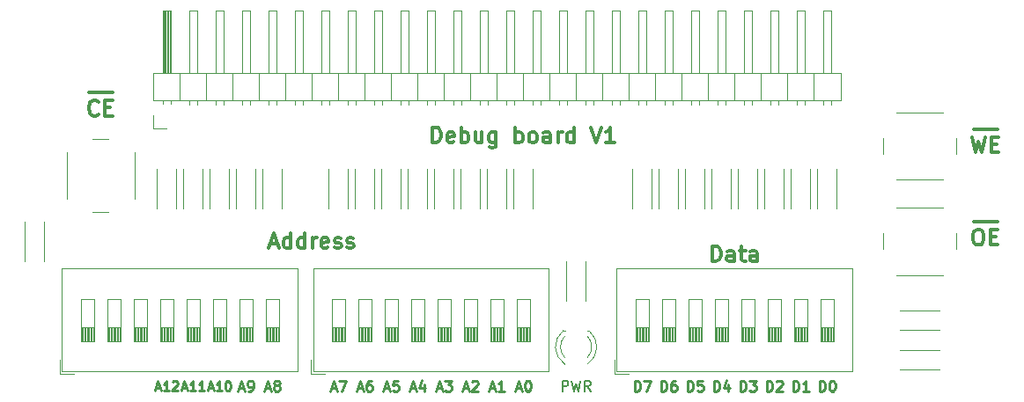
<source format=gto>
%TF.GenerationSoftware,KiCad,Pcbnew,(6.0.9)*%
%TF.CreationDate,2025-06-07T15:03:12-04:00*%
%TF.ProjectId,DebugBoard,44656275-6742-46f6-9172-642e6b696361,1*%
%TF.SameCoordinates,Original*%
%TF.FileFunction,Legend,Top*%
%TF.FilePolarity,Positive*%
%FSLAX46Y46*%
G04 Gerber Fmt 4.6, Leading zero omitted, Abs format (unit mm)*
G04 Created by KiCad (PCBNEW (6.0.9)) date 2025-06-07 15:03:12*
%MOMM*%
%LPD*%
G01*
G04 APERTURE LIST*
%ADD10C,0.150000*%
%ADD11C,0.250000*%
%ADD12C,0.300000*%
%ADD13C,0.225000*%
%ADD14C,0.120000*%
%ADD15C,1.400000*%
%ADD16O,1.400000X1.400000*%
%ADD17R,1.800000X1.800000*%
%ADD18C,1.800000*%
%ADD19C,2.000000*%
%ADD20R,1.600000X1.600000*%
%ADD21O,1.600000X1.600000*%
%ADD22R,1.700000X1.700000*%
%ADD23O,1.700000X1.700000*%
G04 APERTURE END LIST*
D10*
X153606666Y-104592380D02*
X153606666Y-103592380D01*
X153987619Y-103592380D01*
X154082857Y-103640000D01*
X154130476Y-103687619D01*
X154178095Y-103782857D01*
X154178095Y-103925714D01*
X154130476Y-104020952D01*
X154082857Y-104068571D01*
X153987619Y-104116190D01*
X153606666Y-104116190D01*
X154511428Y-103592380D02*
X154749523Y-104592380D01*
X154940000Y-103878095D01*
X155130476Y-104592380D01*
X155368571Y-103592380D01*
X156320952Y-104592380D02*
X155987619Y-104116190D01*
X155749523Y-104592380D02*
X155749523Y-103592380D01*
X156130476Y-103592380D01*
X156225714Y-103640000D01*
X156273333Y-103687619D01*
X156320952Y-103782857D01*
X156320952Y-103925714D01*
X156273333Y-104020952D01*
X156225714Y-104068571D01*
X156130476Y-104116190D01*
X155749523Y-104116190D01*
D11*
X165631904Y-104592380D02*
X165631904Y-103592380D01*
X165870000Y-103592380D01*
X166012857Y-103640000D01*
X166108095Y-103735238D01*
X166155714Y-103830476D01*
X166203333Y-104020952D01*
X166203333Y-104163809D01*
X166155714Y-104354285D01*
X166108095Y-104449523D01*
X166012857Y-104544761D01*
X165870000Y-104592380D01*
X165631904Y-104592380D01*
X167108095Y-103592380D02*
X166631904Y-103592380D01*
X166584285Y-104068571D01*
X166631904Y-104020952D01*
X166727142Y-103973333D01*
X166965238Y-103973333D01*
X167060476Y-104020952D01*
X167108095Y-104068571D01*
X167155714Y-104163809D01*
X167155714Y-104401904D01*
X167108095Y-104497142D01*
X167060476Y-104544761D01*
X166965238Y-104592380D01*
X166727142Y-104592380D01*
X166631904Y-104544761D01*
X166584285Y-104497142D01*
D12*
X168001428Y-92118571D02*
X168001428Y-90618571D01*
X168358571Y-90618571D01*
X168572857Y-90690000D01*
X168715714Y-90832857D01*
X168787142Y-90975714D01*
X168858571Y-91261428D01*
X168858571Y-91475714D01*
X168787142Y-91761428D01*
X168715714Y-91904285D01*
X168572857Y-92047142D01*
X168358571Y-92118571D01*
X168001428Y-92118571D01*
X170144285Y-92118571D02*
X170144285Y-91332857D01*
X170072857Y-91190000D01*
X169930000Y-91118571D01*
X169644285Y-91118571D01*
X169501428Y-91190000D01*
X170144285Y-92047142D02*
X170001428Y-92118571D01*
X169644285Y-92118571D01*
X169501428Y-92047142D01*
X169430000Y-91904285D01*
X169430000Y-91761428D01*
X169501428Y-91618571D01*
X169644285Y-91547142D01*
X170001428Y-91547142D01*
X170144285Y-91475714D01*
X170644285Y-91118571D02*
X171215714Y-91118571D01*
X170858571Y-90618571D02*
X170858571Y-91904285D01*
X170930000Y-92047142D01*
X171072857Y-92118571D01*
X171215714Y-92118571D01*
X172358571Y-92118571D02*
X172358571Y-91332857D01*
X172287142Y-91190000D01*
X172144285Y-91118571D01*
X171858571Y-91118571D01*
X171715714Y-91190000D01*
X172358571Y-92047142D02*
X172215714Y-92118571D01*
X171858571Y-92118571D01*
X171715714Y-92047142D01*
X171644285Y-91904285D01*
X171644285Y-91761428D01*
X171715714Y-91618571D01*
X171858571Y-91547142D01*
X172215714Y-91547142D01*
X172358571Y-91475714D01*
D11*
X136445714Y-104306666D02*
X136921904Y-104306666D01*
X136350476Y-104592380D02*
X136683809Y-103592380D01*
X137017142Y-104592380D01*
X137826666Y-103592380D02*
X137350476Y-103592380D01*
X137302857Y-104068571D01*
X137350476Y-104020952D01*
X137445714Y-103973333D01*
X137683809Y-103973333D01*
X137779047Y-104020952D01*
X137826666Y-104068571D01*
X137874285Y-104163809D01*
X137874285Y-104401904D01*
X137826666Y-104497142D01*
X137779047Y-104544761D01*
X137683809Y-104592380D01*
X137445714Y-104592380D01*
X137350476Y-104544761D01*
X137302857Y-104497142D01*
X173251904Y-104592380D02*
X173251904Y-103592380D01*
X173490000Y-103592380D01*
X173632857Y-103640000D01*
X173728095Y-103735238D01*
X173775714Y-103830476D01*
X173823333Y-104020952D01*
X173823333Y-104163809D01*
X173775714Y-104354285D01*
X173728095Y-104449523D01*
X173632857Y-104544761D01*
X173490000Y-104592380D01*
X173251904Y-104592380D01*
X174204285Y-103687619D02*
X174251904Y-103640000D01*
X174347142Y-103592380D01*
X174585238Y-103592380D01*
X174680476Y-103640000D01*
X174728095Y-103687619D01*
X174775714Y-103782857D01*
X174775714Y-103878095D01*
X174728095Y-104020952D01*
X174156666Y-104592380D01*
X174775714Y-104592380D01*
D12*
X125504285Y-90420000D02*
X126218571Y-90420000D01*
X125361428Y-90848571D02*
X125861428Y-89348571D01*
X126361428Y-90848571D01*
X127504285Y-90848571D02*
X127504285Y-89348571D01*
X127504285Y-90777142D02*
X127361428Y-90848571D01*
X127075714Y-90848571D01*
X126932857Y-90777142D01*
X126861428Y-90705714D01*
X126790000Y-90562857D01*
X126790000Y-90134285D01*
X126861428Y-89991428D01*
X126932857Y-89920000D01*
X127075714Y-89848571D01*
X127361428Y-89848571D01*
X127504285Y-89920000D01*
X128861428Y-90848571D02*
X128861428Y-89348571D01*
X128861428Y-90777142D02*
X128718571Y-90848571D01*
X128432857Y-90848571D01*
X128290000Y-90777142D01*
X128218571Y-90705714D01*
X128147142Y-90562857D01*
X128147142Y-90134285D01*
X128218571Y-89991428D01*
X128290000Y-89920000D01*
X128432857Y-89848571D01*
X128718571Y-89848571D01*
X128861428Y-89920000D01*
X129575714Y-90848571D02*
X129575714Y-89848571D01*
X129575714Y-90134285D02*
X129647142Y-89991428D01*
X129718571Y-89920000D01*
X129861428Y-89848571D01*
X130004285Y-89848571D01*
X131075714Y-90777142D02*
X130932857Y-90848571D01*
X130647142Y-90848571D01*
X130504285Y-90777142D01*
X130432857Y-90634285D01*
X130432857Y-90062857D01*
X130504285Y-89920000D01*
X130647142Y-89848571D01*
X130932857Y-89848571D01*
X131075714Y-89920000D01*
X131147142Y-90062857D01*
X131147142Y-90205714D01*
X130432857Y-90348571D01*
X131718571Y-90777142D02*
X131861428Y-90848571D01*
X132147142Y-90848571D01*
X132290000Y-90777142D01*
X132361428Y-90634285D01*
X132361428Y-90562857D01*
X132290000Y-90420000D01*
X132147142Y-90348571D01*
X131932857Y-90348571D01*
X131790000Y-90277142D01*
X131718571Y-90134285D01*
X131718571Y-90062857D01*
X131790000Y-89920000D01*
X131932857Y-89848571D01*
X132147142Y-89848571D01*
X132290000Y-89920000D01*
X132932857Y-90777142D02*
X133075714Y-90848571D01*
X133361428Y-90848571D01*
X133504285Y-90777142D01*
X133575714Y-90634285D01*
X133575714Y-90562857D01*
X133504285Y-90420000D01*
X133361428Y-90348571D01*
X133147142Y-90348571D01*
X133004285Y-90277142D01*
X132932857Y-90134285D01*
X132932857Y-90062857D01*
X133004285Y-89920000D01*
X133147142Y-89848571D01*
X133361428Y-89848571D01*
X133504285Y-89920000D01*
X108077142Y-75813928D02*
X109220000Y-75813928D01*
X109220000Y-75813928D02*
X110362857Y-75813928D01*
X109005714Y-77943214D02*
X108934285Y-78014642D01*
X108720000Y-78086071D01*
X108577142Y-78086071D01*
X108362857Y-78014642D01*
X108220000Y-77871785D01*
X108148571Y-77728928D01*
X108077142Y-77443214D01*
X108077142Y-77228928D01*
X108148571Y-76943214D01*
X108220000Y-76800357D01*
X108362857Y-76657500D01*
X108577142Y-76586071D01*
X108720000Y-76586071D01*
X108934285Y-76657500D01*
X109005714Y-76728928D01*
X109648571Y-77300357D02*
X110148571Y-77300357D01*
X110362857Y-78086071D02*
X109648571Y-78086071D01*
X109648571Y-76586071D01*
X110362857Y-76586071D01*
D11*
X144065714Y-104306666D02*
X144541904Y-104306666D01*
X143970476Y-104592380D02*
X144303809Y-103592380D01*
X144637142Y-104592380D01*
X144922857Y-103687619D02*
X144970476Y-103640000D01*
X145065714Y-103592380D01*
X145303809Y-103592380D01*
X145399047Y-103640000D01*
X145446666Y-103687619D01*
X145494285Y-103782857D01*
X145494285Y-103878095D01*
X145446666Y-104020952D01*
X144875238Y-104592380D01*
X145494285Y-104592380D01*
D12*
X193167142Y-79353928D02*
X194310000Y-79353928D01*
X194310000Y-79353928D02*
X195452857Y-79353928D01*
X192988571Y-80126071D02*
X193345714Y-81626071D01*
X193631428Y-80554642D01*
X193917142Y-81626071D01*
X194274285Y-80126071D01*
X194845714Y-80840357D02*
X195345714Y-80840357D01*
X195560000Y-81626071D02*
X194845714Y-81626071D01*
X194845714Y-80126071D01*
X195560000Y-80126071D01*
D11*
X131365714Y-104306666D02*
X131841904Y-104306666D01*
X131270476Y-104592380D02*
X131603809Y-103592380D01*
X131937142Y-104592380D01*
X132175238Y-103592380D02*
X132841904Y-103592380D01*
X132413333Y-104592380D01*
D12*
X193167142Y-88243928D02*
X194310000Y-88243928D01*
X194310000Y-88243928D02*
X195452857Y-88243928D01*
X193488571Y-89016071D02*
X193774285Y-89016071D01*
X193917142Y-89087500D01*
X194060000Y-89230357D01*
X194131428Y-89516071D01*
X194131428Y-90016071D01*
X194060000Y-90301785D01*
X193917142Y-90444642D01*
X193774285Y-90516071D01*
X193488571Y-90516071D01*
X193345714Y-90444642D01*
X193202857Y-90301785D01*
X193131428Y-90016071D01*
X193131428Y-89516071D01*
X193202857Y-89230357D01*
X193345714Y-89087500D01*
X193488571Y-89016071D01*
X194774285Y-89730357D02*
X195274285Y-89730357D01*
X195488571Y-90516071D02*
X194774285Y-90516071D01*
X194774285Y-89016071D01*
X195488571Y-89016071D01*
D13*
X117038571Y-104290000D02*
X117467142Y-104290000D01*
X116952857Y-104547142D02*
X117252857Y-103647142D01*
X117552857Y-104547142D01*
X118324285Y-104547142D02*
X117810000Y-104547142D01*
X118067142Y-104547142D02*
X118067142Y-103647142D01*
X117981428Y-103775714D01*
X117895714Y-103861428D01*
X117810000Y-103904285D01*
X119181428Y-104547142D02*
X118667142Y-104547142D01*
X118924285Y-104547142D02*
X118924285Y-103647142D01*
X118838571Y-103775714D01*
X118752857Y-103861428D01*
X118667142Y-103904285D01*
D11*
X133905714Y-104306666D02*
X134381904Y-104306666D01*
X133810476Y-104592380D02*
X134143809Y-103592380D01*
X134477142Y-104592380D01*
X135239047Y-103592380D02*
X135048571Y-103592380D01*
X134953333Y-103640000D01*
X134905714Y-103687619D01*
X134810476Y-103830476D01*
X134762857Y-104020952D01*
X134762857Y-104401904D01*
X134810476Y-104497142D01*
X134858095Y-104544761D01*
X134953333Y-104592380D01*
X135143809Y-104592380D01*
X135239047Y-104544761D01*
X135286666Y-104497142D01*
X135334285Y-104401904D01*
X135334285Y-104163809D01*
X135286666Y-104068571D01*
X135239047Y-104020952D01*
X135143809Y-103973333D01*
X134953333Y-103973333D01*
X134858095Y-104020952D01*
X134810476Y-104068571D01*
X134762857Y-104163809D01*
X163091904Y-104592380D02*
X163091904Y-103592380D01*
X163330000Y-103592380D01*
X163472857Y-103640000D01*
X163568095Y-103735238D01*
X163615714Y-103830476D01*
X163663333Y-104020952D01*
X163663333Y-104163809D01*
X163615714Y-104354285D01*
X163568095Y-104449523D01*
X163472857Y-104544761D01*
X163330000Y-104592380D01*
X163091904Y-104592380D01*
X164520476Y-103592380D02*
X164330000Y-103592380D01*
X164234761Y-103640000D01*
X164187142Y-103687619D01*
X164091904Y-103830476D01*
X164044285Y-104020952D01*
X164044285Y-104401904D01*
X164091904Y-104497142D01*
X164139523Y-104544761D01*
X164234761Y-104592380D01*
X164425238Y-104592380D01*
X164520476Y-104544761D01*
X164568095Y-104497142D01*
X164615714Y-104401904D01*
X164615714Y-104163809D01*
X164568095Y-104068571D01*
X164520476Y-104020952D01*
X164425238Y-103973333D01*
X164234761Y-103973333D01*
X164139523Y-104020952D01*
X164091904Y-104068571D01*
X164044285Y-104163809D01*
X138985714Y-104306666D02*
X139461904Y-104306666D01*
X138890476Y-104592380D02*
X139223809Y-103592380D01*
X139557142Y-104592380D01*
X140319047Y-103925714D02*
X140319047Y-104592380D01*
X140080952Y-103544761D02*
X139842857Y-104259047D01*
X140461904Y-104259047D01*
X175791904Y-104592380D02*
X175791904Y-103592380D01*
X176030000Y-103592380D01*
X176172857Y-103640000D01*
X176268095Y-103735238D01*
X176315714Y-103830476D01*
X176363333Y-104020952D01*
X176363333Y-104163809D01*
X176315714Y-104354285D01*
X176268095Y-104449523D01*
X176172857Y-104544761D01*
X176030000Y-104592380D01*
X175791904Y-104592380D01*
X177315714Y-104592380D02*
X176744285Y-104592380D01*
X177030000Y-104592380D02*
X177030000Y-103592380D01*
X176934761Y-103735238D01*
X176839523Y-103830476D01*
X176744285Y-103878095D01*
X178331904Y-104592380D02*
X178331904Y-103592380D01*
X178570000Y-103592380D01*
X178712857Y-103640000D01*
X178808095Y-103735238D01*
X178855714Y-103830476D01*
X178903333Y-104020952D01*
X178903333Y-104163809D01*
X178855714Y-104354285D01*
X178808095Y-104449523D01*
X178712857Y-104544761D01*
X178570000Y-104592380D01*
X178331904Y-104592380D01*
X179522380Y-103592380D02*
X179617619Y-103592380D01*
X179712857Y-103640000D01*
X179760476Y-103687619D01*
X179808095Y-103782857D01*
X179855714Y-103973333D01*
X179855714Y-104211428D01*
X179808095Y-104401904D01*
X179760476Y-104497142D01*
X179712857Y-104544761D01*
X179617619Y-104592380D01*
X179522380Y-104592380D01*
X179427142Y-104544761D01*
X179379523Y-104497142D01*
X179331904Y-104401904D01*
X179284285Y-104211428D01*
X179284285Y-103973333D01*
X179331904Y-103782857D01*
X179379523Y-103687619D01*
X179427142Y-103640000D01*
X179522380Y-103592380D01*
X125015714Y-104306666D02*
X125491904Y-104306666D01*
X124920476Y-104592380D02*
X125253809Y-103592380D01*
X125587142Y-104592380D01*
X126063333Y-104020952D02*
X125968095Y-103973333D01*
X125920476Y-103925714D01*
X125872857Y-103830476D01*
X125872857Y-103782857D01*
X125920476Y-103687619D01*
X125968095Y-103640000D01*
X126063333Y-103592380D01*
X126253809Y-103592380D01*
X126349047Y-103640000D01*
X126396666Y-103687619D01*
X126444285Y-103782857D01*
X126444285Y-103830476D01*
X126396666Y-103925714D01*
X126349047Y-103973333D01*
X126253809Y-104020952D01*
X126063333Y-104020952D01*
X125968095Y-104068571D01*
X125920476Y-104116190D01*
X125872857Y-104211428D01*
X125872857Y-104401904D01*
X125920476Y-104497142D01*
X125968095Y-104544761D01*
X126063333Y-104592380D01*
X126253809Y-104592380D01*
X126349047Y-104544761D01*
X126396666Y-104497142D01*
X126444285Y-104401904D01*
X126444285Y-104211428D01*
X126396666Y-104116190D01*
X126349047Y-104068571D01*
X126253809Y-104020952D01*
X146605714Y-104306666D02*
X147081904Y-104306666D01*
X146510476Y-104592380D02*
X146843809Y-103592380D01*
X147177142Y-104592380D01*
X148034285Y-104592380D02*
X147462857Y-104592380D01*
X147748571Y-104592380D02*
X147748571Y-103592380D01*
X147653333Y-103735238D01*
X147558095Y-103830476D01*
X147462857Y-103878095D01*
X170711904Y-104592380D02*
X170711904Y-103592380D01*
X170950000Y-103592380D01*
X171092857Y-103640000D01*
X171188095Y-103735238D01*
X171235714Y-103830476D01*
X171283333Y-104020952D01*
X171283333Y-104163809D01*
X171235714Y-104354285D01*
X171188095Y-104449523D01*
X171092857Y-104544761D01*
X170950000Y-104592380D01*
X170711904Y-104592380D01*
X171616666Y-103592380D02*
X172235714Y-103592380D01*
X171902380Y-103973333D01*
X172045238Y-103973333D01*
X172140476Y-104020952D01*
X172188095Y-104068571D01*
X172235714Y-104163809D01*
X172235714Y-104401904D01*
X172188095Y-104497142D01*
X172140476Y-104544761D01*
X172045238Y-104592380D01*
X171759523Y-104592380D01*
X171664285Y-104544761D01*
X171616666Y-104497142D01*
D13*
X114498571Y-104290000D02*
X114927142Y-104290000D01*
X114412857Y-104547142D02*
X114712857Y-103647142D01*
X115012857Y-104547142D01*
X115784285Y-104547142D02*
X115270000Y-104547142D01*
X115527142Y-104547142D02*
X115527142Y-103647142D01*
X115441428Y-103775714D01*
X115355714Y-103861428D01*
X115270000Y-103904285D01*
X116127142Y-103732857D02*
X116170000Y-103690000D01*
X116255714Y-103647142D01*
X116470000Y-103647142D01*
X116555714Y-103690000D01*
X116598571Y-103732857D01*
X116641428Y-103818571D01*
X116641428Y-103904285D01*
X116598571Y-104032857D01*
X116084285Y-104547142D01*
X116641428Y-104547142D01*
D11*
X149145714Y-104306666D02*
X149621904Y-104306666D01*
X149050476Y-104592380D02*
X149383809Y-103592380D01*
X149717142Y-104592380D01*
X150240952Y-103592380D02*
X150336190Y-103592380D01*
X150431428Y-103640000D01*
X150479047Y-103687619D01*
X150526666Y-103782857D01*
X150574285Y-103973333D01*
X150574285Y-104211428D01*
X150526666Y-104401904D01*
X150479047Y-104497142D01*
X150431428Y-104544761D01*
X150336190Y-104592380D01*
X150240952Y-104592380D01*
X150145714Y-104544761D01*
X150098095Y-104497142D01*
X150050476Y-104401904D01*
X150002857Y-104211428D01*
X150002857Y-103973333D01*
X150050476Y-103782857D01*
X150098095Y-103687619D01*
X150145714Y-103640000D01*
X150240952Y-103592380D01*
D12*
X141110000Y-80688571D02*
X141110000Y-79188571D01*
X141467142Y-79188571D01*
X141681428Y-79260000D01*
X141824285Y-79402857D01*
X141895714Y-79545714D01*
X141967142Y-79831428D01*
X141967142Y-80045714D01*
X141895714Y-80331428D01*
X141824285Y-80474285D01*
X141681428Y-80617142D01*
X141467142Y-80688571D01*
X141110000Y-80688571D01*
X143181428Y-80617142D02*
X143038571Y-80688571D01*
X142752857Y-80688571D01*
X142610000Y-80617142D01*
X142538571Y-80474285D01*
X142538571Y-79902857D01*
X142610000Y-79760000D01*
X142752857Y-79688571D01*
X143038571Y-79688571D01*
X143181428Y-79760000D01*
X143252857Y-79902857D01*
X143252857Y-80045714D01*
X142538571Y-80188571D01*
X143895714Y-80688571D02*
X143895714Y-79188571D01*
X143895714Y-79760000D02*
X144038571Y-79688571D01*
X144324285Y-79688571D01*
X144467142Y-79760000D01*
X144538571Y-79831428D01*
X144610000Y-79974285D01*
X144610000Y-80402857D01*
X144538571Y-80545714D01*
X144467142Y-80617142D01*
X144324285Y-80688571D01*
X144038571Y-80688571D01*
X143895714Y-80617142D01*
X145895714Y-79688571D02*
X145895714Y-80688571D01*
X145252857Y-79688571D02*
X145252857Y-80474285D01*
X145324285Y-80617142D01*
X145467142Y-80688571D01*
X145681428Y-80688571D01*
X145824285Y-80617142D01*
X145895714Y-80545714D01*
X147252857Y-79688571D02*
X147252857Y-80902857D01*
X147181428Y-81045714D01*
X147110000Y-81117142D01*
X146967142Y-81188571D01*
X146752857Y-81188571D01*
X146610000Y-81117142D01*
X147252857Y-80617142D02*
X147110000Y-80688571D01*
X146824285Y-80688571D01*
X146681428Y-80617142D01*
X146610000Y-80545714D01*
X146538571Y-80402857D01*
X146538571Y-79974285D01*
X146610000Y-79831428D01*
X146681428Y-79760000D01*
X146824285Y-79688571D01*
X147110000Y-79688571D01*
X147252857Y-79760000D01*
X149110000Y-80688571D02*
X149110000Y-79188571D01*
X149110000Y-79760000D02*
X149252857Y-79688571D01*
X149538571Y-79688571D01*
X149681428Y-79760000D01*
X149752857Y-79831428D01*
X149824285Y-79974285D01*
X149824285Y-80402857D01*
X149752857Y-80545714D01*
X149681428Y-80617142D01*
X149538571Y-80688571D01*
X149252857Y-80688571D01*
X149110000Y-80617142D01*
X150681428Y-80688571D02*
X150538571Y-80617142D01*
X150467142Y-80545714D01*
X150395714Y-80402857D01*
X150395714Y-79974285D01*
X150467142Y-79831428D01*
X150538571Y-79760000D01*
X150681428Y-79688571D01*
X150895714Y-79688571D01*
X151038571Y-79760000D01*
X151110000Y-79831428D01*
X151181428Y-79974285D01*
X151181428Y-80402857D01*
X151110000Y-80545714D01*
X151038571Y-80617142D01*
X150895714Y-80688571D01*
X150681428Y-80688571D01*
X152467142Y-80688571D02*
X152467142Y-79902857D01*
X152395714Y-79760000D01*
X152252857Y-79688571D01*
X151967142Y-79688571D01*
X151824285Y-79760000D01*
X152467142Y-80617142D02*
X152324285Y-80688571D01*
X151967142Y-80688571D01*
X151824285Y-80617142D01*
X151752857Y-80474285D01*
X151752857Y-80331428D01*
X151824285Y-80188571D01*
X151967142Y-80117142D01*
X152324285Y-80117142D01*
X152467142Y-80045714D01*
X153181428Y-80688571D02*
X153181428Y-79688571D01*
X153181428Y-79974285D02*
X153252857Y-79831428D01*
X153324285Y-79760000D01*
X153467142Y-79688571D01*
X153610000Y-79688571D01*
X154752857Y-80688571D02*
X154752857Y-79188571D01*
X154752857Y-80617142D02*
X154610000Y-80688571D01*
X154324285Y-80688571D01*
X154181428Y-80617142D01*
X154110000Y-80545714D01*
X154038571Y-80402857D01*
X154038571Y-79974285D01*
X154110000Y-79831428D01*
X154181428Y-79760000D01*
X154324285Y-79688571D01*
X154610000Y-79688571D01*
X154752857Y-79760000D01*
X156395714Y-79188571D02*
X156895714Y-80688571D01*
X157395714Y-79188571D01*
X158681428Y-80688571D02*
X157824285Y-80688571D01*
X158252857Y-80688571D02*
X158252857Y-79188571D01*
X158110000Y-79402857D01*
X157967142Y-79545714D01*
X157824285Y-79617142D01*
D11*
X168171904Y-104592380D02*
X168171904Y-103592380D01*
X168410000Y-103592380D01*
X168552857Y-103640000D01*
X168648095Y-103735238D01*
X168695714Y-103830476D01*
X168743333Y-104020952D01*
X168743333Y-104163809D01*
X168695714Y-104354285D01*
X168648095Y-104449523D01*
X168552857Y-104544761D01*
X168410000Y-104592380D01*
X168171904Y-104592380D01*
X169600476Y-103925714D02*
X169600476Y-104592380D01*
X169362380Y-103544761D02*
X169124285Y-104259047D01*
X169743333Y-104259047D01*
X160551904Y-104592380D02*
X160551904Y-103592380D01*
X160790000Y-103592380D01*
X160932857Y-103640000D01*
X161028095Y-103735238D01*
X161075714Y-103830476D01*
X161123333Y-104020952D01*
X161123333Y-104163809D01*
X161075714Y-104354285D01*
X161028095Y-104449523D01*
X160932857Y-104544761D01*
X160790000Y-104592380D01*
X160551904Y-104592380D01*
X161456666Y-103592380D02*
X162123333Y-103592380D01*
X161694761Y-104592380D01*
X122475714Y-104306666D02*
X122951904Y-104306666D01*
X122380476Y-104592380D02*
X122713809Y-103592380D01*
X123047142Y-104592380D01*
X123428095Y-104592380D02*
X123618571Y-104592380D01*
X123713809Y-104544761D01*
X123761428Y-104497142D01*
X123856666Y-104354285D01*
X123904285Y-104163809D01*
X123904285Y-103782857D01*
X123856666Y-103687619D01*
X123809047Y-103640000D01*
X123713809Y-103592380D01*
X123523333Y-103592380D01*
X123428095Y-103640000D01*
X123380476Y-103687619D01*
X123332857Y-103782857D01*
X123332857Y-104020952D01*
X123380476Y-104116190D01*
X123428095Y-104163809D01*
X123523333Y-104211428D01*
X123713809Y-104211428D01*
X123809047Y-104163809D01*
X123856666Y-104116190D01*
X123904285Y-104020952D01*
D13*
X119578571Y-104290000D02*
X120007142Y-104290000D01*
X119492857Y-104547142D02*
X119792857Y-103647142D01*
X120092857Y-104547142D01*
X120864285Y-104547142D02*
X120350000Y-104547142D01*
X120607142Y-104547142D02*
X120607142Y-103647142D01*
X120521428Y-103775714D01*
X120435714Y-103861428D01*
X120350000Y-103904285D01*
X121421428Y-103647142D02*
X121507142Y-103647142D01*
X121592857Y-103690000D01*
X121635714Y-103732857D01*
X121678571Y-103818571D01*
X121721428Y-103990000D01*
X121721428Y-104204285D01*
X121678571Y-104375714D01*
X121635714Y-104461428D01*
X121592857Y-104504285D01*
X121507142Y-104547142D01*
X121421428Y-104547142D01*
X121335714Y-104504285D01*
X121292857Y-104461428D01*
X121250000Y-104375714D01*
X121207142Y-104204285D01*
X121207142Y-103990000D01*
X121250000Y-103818571D01*
X121292857Y-103732857D01*
X121335714Y-103690000D01*
X121421428Y-103647142D01*
D11*
X141525714Y-104306666D02*
X142001904Y-104306666D01*
X141430476Y-104592380D02*
X141763809Y-103592380D01*
X142097142Y-104592380D01*
X142335238Y-103592380D02*
X142954285Y-103592380D01*
X142620952Y-103973333D01*
X142763809Y-103973333D01*
X142859047Y-104020952D01*
X142906666Y-104068571D01*
X142954285Y-104163809D01*
X142954285Y-104401904D01*
X142906666Y-104497142D01*
X142859047Y-104544761D01*
X142763809Y-104592380D01*
X142478095Y-104592380D01*
X142382857Y-104544761D01*
X142335238Y-104497142D01*
D14*
%TO.C,R9*%
X173060000Y-87010000D02*
X173060000Y-83170000D01*
X174900000Y-87010000D02*
X174900000Y-83170000D01*
%TO.C,R7*%
X186040000Y-102520000D02*
X189880000Y-102520000D01*
X186040000Y-100680000D02*
X189880000Y-100680000D01*
%TO.C,D1*%
X153860000Y-98770000D02*
X153704000Y-98770000D01*
X156176000Y-98770000D02*
X156020000Y-98770000D01*
X156019837Y-101371130D02*
G75*
G03*
X156020000Y-99289039I-1079837J1041130D01*
G01*
X153860000Y-99289039D02*
G75*
G03*
X153860163Y-101371130I1080000J-1040961D01*
G01*
X153704484Y-98770000D02*
G75*
G03*
X153861392Y-102002335I1235516J-1560000D01*
G01*
X156018608Y-102002335D02*
G75*
G03*
X156175516Y-98770000I-1078608J1672335D01*
G01*
%TO.C,SW4*%
X190210000Y-77760000D02*
X185710000Y-77760000D01*
X185710000Y-84260000D02*
X190210000Y-84260000D01*
X191460000Y-81760000D02*
X191460000Y-80260000D01*
X184460000Y-80260000D02*
X184460000Y-81760000D01*
%TO.C,R3*%
X186040000Y-98710000D02*
X189880000Y-98710000D01*
X186040000Y-96870000D02*
X189880000Y-96870000D01*
%TO.C,SW2*%
X125675000Y-99777500D02*
X125675000Y-98424167D01*
X112855000Y-99777500D02*
X112855000Y-98424167D01*
X122775000Y-99777500D02*
X122775000Y-98424167D01*
X125075000Y-95717500D02*
X125075000Y-99777500D01*
X110555000Y-99777500D02*
X110555000Y-98424167D01*
X118725000Y-99777500D02*
X118725000Y-95717500D01*
X125075000Y-98424167D02*
X126345000Y-98424167D01*
X105510000Y-102697500D02*
X128131000Y-102697500D01*
X117455000Y-98424167D02*
X118725000Y-98424167D01*
X120595000Y-99777500D02*
X120595000Y-98424167D01*
X120955000Y-99777500D02*
X120955000Y-98424167D01*
X109955000Y-99777500D02*
X109955000Y-98424167D01*
X110315000Y-99777500D02*
X110315000Y-98424167D01*
X115515000Y-99777500D02*
X115515000Y-98424167D01*
X113645000Y-99777500D02*
X113645000Y-95717500D01*
X118725000Y-95717500D02*
X117455000Y-95717500D01*
X107535000Y-99777500D02*
X107535000Y-98424167D01*
X118175000Y-99777500D02*
X118175000Y-98424167D01*
X123375000Y-99777500D02*
X123375000Y-98424167D01*
X112735000Y-99777500D02*
X112735000Y-98424167D01*
X125075000Y-99777500D02*
X126345000Y-99777500D01*
X119995000Y-99777500D02*
X121265000Y-99777500D01*
X125315000Y-99777500D02*
X125315000Y-98424167D01*
X122535000Y-99777500D02*
X123805000Y-99777500D01*
X123735000Y-99777500D02*
X123735000Y-98424167D01*
X112375000Y-98424167D02*
X113645000Y-98424167D01*
X118295000Y-99777500D02*
X118295000Y-98424167D01*
X123015000Y-99777500D02*
X123015000Y-98424167D01*
X120715000Y-99777500D02*
X120715000Y-98424167D01*
X115875000Y-99777500D02*
X115875000Y-98424167D01*
X123805000Y-99777500D02*
X123805000Y-95717500D01*
X110675000Y-99777500D02*
X110675000Y-98424167D01*
X126275000Y-99777500D02*
X126275000Y-98424167D01*
X112375000Y-99777500D02*
X113645000Y-99777500D01*
X105270000Y-102937500D02*
X105270000Y-101553500D01*
X121195000Y-99777500D02*
X121195000Y-98424167D01*
X107295000Y-99777500D02*
X108565000Y-99777500D01*
X111105000Y-99777500D02*
X111105000Y-95717500D01*
X123615000Y-99777500D02*
X123615000Y-98424167D01*
X107415000Y-99777500D02*
X107415000Y-98424167D01*
X115635000Y-99777500D02*
X115635000Y-98424167D01*
X108015000Y-99777500D02*
X108015000Y-98424167D01*
X123135000Y-99777500D02*
X123135000Y-98424167D01*
X125795000Y-99777500D02*
X125795000Y-98424167D01*
X115035000Y-99777500D02*
X115035000Y-98424167D01*
X107295000Y-98424167D02*
X108565000Y-98424167D01*
X113335000Y-99777500D02*
X113335000Y-98424167D01*
X108135000Y-99777500D02*
X108135000Y-98424167D01*
X105510000Y-92797500D02*
X128131000Y-92797500D01*
X126155000Y-99777500D02*
X126155000Y-98424167D01*
X114915000Y-99777500D02*
X116185000Y-99777500D01*
X123805000Y-95717500D02*
X122535000Y-95717500D01*
X122535000Y-98424167D02*
X123805000Y-98424167D01*
X115755000Y-99777500D02*
X115755000Y-98424167D01*
X117455000Y-99777500D02*
X118725000Y-99777500D01*
X109835000Y-95717500D02*
X109835000Y-99777500D01*
X113455000Y-99777500D02*
X113455000Y-98424167D01*
X107775000Y-99777500D02*
X107775000Y-98424167D01*
X114915000Y-95717500D02*
X114915000Y-99777500D01*
X119995000Y-98424167D02*
X121265000Y-98424167D01*
X107295000Y-95717500D02*
X107295000Y-99777500D01*
X115155000Y-99777500D02*
X115155000Y-98424167D01*
X110075000Y-99777500D02*
X110075000Y-98424167D01*
X128131000Y-102697500D02*
X128131000Y-92797500D01*
X112495000Y-99777500D02*
X112495000Y-98424167D01*
X123495000Y-99777500D02*
X123495000Y-98424167D01*
X110915000Y-99777500D02*
X110915000Y-98424167D01*
X120235000Y-99777500D02*
X120235000Y-98424167D01*
X118415000Y-99777500D02*
X118415000Y-98424167D01*
X110195000Y-99777500D02*
X110195000Y-98424167D01*
X111035000Y-99777500D02*
X111035000Y-98424167D01*
X120115000Y-99777500D02*
X120115000Y-98424167D01*
X115275000Y-99777500D02*
X115275000Y-98424167D01*
X107895000Y-99777500D02*
X107895000Y-98424167D01*
X108495000Y-99777500D02*
X108495000Y-98424167D01*
X120355000Y-99777500D02*
X120355000Y-98424167D01*
X119995000Y-95717500D02*
X119995000Y-99777500D01*
X115995000Y-99777500D02*
X115995000Y-98424167D01*
X118535000Y-99777500D02*
X118535000Y-98424167D01*
X113215000Y-99777500D02*
X113215000Y-98424167D01*
X122895000Y-99777500D02*
X122895000Y-98424167D01*
X125555000Y-99777500D02*
X125555000Y-98424167D01*
X125915000Y-99777500D02*
X125915000Y-98424167D01*
X118055000Y-99777500D02*
X118055000Y-98424167D01*
X120475000Y-99777500D02*
X120475000Y-98424167D01*
X116185000Y-99777500D02*
X116185000Y-95717500D01*
X125195000Y-99777500D02*
X125195000Y-98424167D01*
X117575000Y-99777500D02*
X117575000Y-98424167D01*
X121075000Y-99777500D02*
X121075000Y-98424167D01*
X116185000Y-95717500D02*
X114915000Y-95717500D01*
X113645000Y-95717500D02*
X112375000Y-95717500D01*
X105270000Y-102937500D02*
X106653000Y-102937500D01*
X117815000Y-99777500D02*
X117815000Y-98424167D01*
X121265000Y-95717500D02*
X119995000Y-95717500D01*
X125435000Y-99777500D02*
X125435000Y-98424167D01*
X109835000Y-99777500D02*
X111105000Y-99777500D01*
X126345000Y-95717500D02*
X125075000Y-95717500D01*
X108565000Y-99777500D02*
X108565000Y-95717500D01*
X126035000Y-99777500D02*
X126035000Y-98424167D01*
X113575000Y-99777500D02*
X113575000Y-98424167D01*
X107655000Y-99777500D02*
X107655000Y-98424167D01*
X122535000Y-95717500D02*
X122535000Y-99777500D01*
X112975000Y-99777500D02*
X112975000Y-98424167D01*
X117935000Y-99777500D02*
X117935000Y-98424167D01*
X108375000Y-99777500D02*
X108375000Y-98424167D01*
X108565000Y-95717500D02*
X107295000Y-95717500D01*
X122655000Y-99777500D02*
X122655000Y-98424167D01*
X113095000Y-99777500D02*
X113095000Y-98424167D01*
X111105000Y-95717500D02*
X109835000Y-95717500D01*
X108255000Y-99777500D02*
X108255000Y-98424167D01*
X109835000Y-98424167D02*
X111105000Y-98424167D01*
X117695000Y-99777500D02*
X117695000Y-98424167D01*
X112375000Y-95717500D02*
X112375000Y-99777500D01*
X110795000Y-99777500D02*
X110795000Y-98424167D01*
X126345000Y-99777500D02*
X126345000Y-95717500D01*
X114915000Y-98424167D02*
X116185000Y-98424167D01*
X120835000Y-99777500D02*
X120835000Y-98424167D01*
X123255000Y-99777500D02*
X123255000Y-98424167D01*
X110435000Y-99777500D02*
X110435000Y-98424167D01*
X116115000Y-99777500D02*
X116115000Y-98424167D01*
X117455000Y-95717500D02*
X117455000Y-99777500D01*
X118655000Y-99777500D02*
X118655000Y-98424167D01*
X105510000Y-102697500D02*
X105510000Y-92797500D01*
X112615000Y-99777500D02*
X112615000Y-98424167D01*
X115395000Y-99777500D02*
X115395000Y-98424167D01*
X121265000Y-99777500D02*
X121265000Y-95717500D01*
%TO.C,R1*%
X162200000Y-87010000D02*
X162200000Y-83170000D01*
X160360000Y-87010000D02*
X160360000Y-83170000D01*
%TO.C,J1*%
X136270000Y-76992071D02*
X136270000Y-76595000D01*
X128650000Y-67935000D02*
X128650000Y-73935000D01*
X159130000Y-76992071D02*
X159130000Y-76595000D01*
X125350000Y-76992071D02*
X125350000Y-76595000D01*
X150750000Y-67935000D02*
X151510000Y-67935000D01*
X174370000Y-67935000D02*
X174370000Y-73935000D01*
X176910000Y-67935000D02*
X176910000Y-73935000D01*
X115490000Y-73935000D02*
X115490000Y-67935000D01*
X125350000Y-73935000D02*
X125350000Y-67935000D01*
X133730000Y-76992071D02*
X133730000Y-76595000D01*
X117730000Y-67935000D02*
X118490000Y-67935000D01*
X136270000Y-67935000D02*
X136270000Y-73935000D01*
X156590000Y-67935000D02*
X156590000Y-73935000D01*
X171070000Y-76992071D02*
X171070000Y-76595000D01*
X117730000Y-76992071D02*
X117730000Y-76595000D01*
X122810000Y-73935000D02*
X122810000Y-67935000D01*
X134620000Y-76595000D02*
X134620000Y-73935000D01*
X140590000Y-73935000D02*
X140590000Y-67935000D01*
X171070000Y-67935000D02*
X171830000Y-67935000D01*
X138810000Y-67935000D02*
X138810000Y-73935000D01*
X176910000Y-76992071D02*
X176910000Y-76595000D01*
X135510000Y-67935000D02*
X136270000Y-67935000D01*
X148210000Y-67935000D02*
X148970000Y-67935000D01*
X132970000Y-67935000D02*
X133730000Y-67935000D01*
X135510000Y-76992071D02*
X135510000Y-76595000D01*
X140590000Y-76992071D02*
X140590000Y-76595000D01*
X153290000Y-73935000D02*
X153290000Y-67935000D01*
X171830000Y-76992071D02*
X171830000Y-76595000D01*
X157480000Y-76595000D02*
X157480000Y-73935000D01*
X178690000Y-73935000D02*
X178690000Y-67935000D01*
X115190000Y-73935000D02*
X115190000Y-67935000D01*
X155830000Y-67935000D02*
X156590000Y-67935000D01*
X117730000Y-73935000D02*
X117730000Y-67935000D01*
X160020000Y-76595000D02*
X160020000Y-73935000D01*
X126110000Y-76992071D02*
X126110000Y-76595000D01*
X165100000Y-76595000D02*
X165100000Y-73935000D01*
X120270000Y-67935000D02*
X121030000Y-67935000D01*
X176150000Y-67935000D02*
X176910000Y-67935000D01*
X123570000Y-76992071D02*
X123570000Y-76595000D01*
X168530000Y-73935000D02*
X168530000Y-67935000D01*
X166750000Y-76992071D02*
X166750000Y-76595000D01*
X127000000Y-76595000D02*
X127000000Y-73935000D01*
X116840000Y-76595000D02*
X116840000Y-73935000D01*
X161670000Y-76992071D02*
X161670000Y-76595000D01*
X178690000Y-67935000D02*
X179450000Y-67935000D01*
X148970000Y-76992071D02*
X148970000Y-76595000D01*
X153290000Y-76992071D02*
X153290000Y-76595000D01*
X161670000Y-67935000D02*
X161670000Y-73935000D01*
X160910000Y-67935000D02*
X161670000Y-67935000D01*
X178690000Y-76992071D02*
X178690000Y-76595000D01*
X168530000Y-67935000D02*
X169290000Y-67935000D01*
X171070000Y-73935000D02*
X171070000Y-67935000D01*
X155830000Y-76992071D02*
X155830000Y-76595000D01*
X132970000Y-76992071D02*
X132970000Y-76595000D01*
X145670000Y-67935000D02*
X146430000Y-67935000D01*
X147320000Y-76595000D02*
X147320000Y-73935000D01*
X122810000Y-67935000D02*
X123570000Y-67935000D01*
X137160000Y-76595000D02*
X137160000Y-73935000D01*
X118490000Y-67935000D02*
X118490000Y-73935000D01*
X138050000Y-76992071D02*
X138050000Y-76595000D01*
X166750000Y-67935000D02*
X166750000Y-73935000D01*
X174370000Y-76992071D02*
X174370000Y-76595000D01*
X170180000Y-76595000D02*
X170180000Y-73935000D01*
X115730000Y-73935000D02*
X115730000Y-67935000D01*
X138810000Y-76992071D02*
X138810000Y-76595000D01*
X115250000Y-73935000D02*
X115250000Y-67935000D01*
X176150000Y-73935000D02*
X176150000Y-67935000D01*
X118490000Y-76992071D02*
X118490000Y-76595000D01*
X145670000Y-76992071D02*
X145670000Y-76595000D01*
X115950000Y-67935000D02*
X115950000Y-73935000D01*
X158370000Y-76992071D02*
X158370000Y-76595000D01*
X169290000Y-67935000D02*
X169290000Y-73935000D01*
X141350000Y-67935000D02*
X141350000Y-73935000D01*
X126110000Y-67935000D02*
X126110000Y-73935000D01*
X130430000Y-67935000D02*
X131190000Y-67935000D01*
X133730000Y-67935000D02*
X133730000Y-73935000D01*
X160910000Y-76992071D02*
X160910000Y-76595000D01*
X150750000Y-76992071D02*
X150750000Y-76595000D01*
X159130000Y-67935000D02*
X159130000Y-73935000D01*
X151510000Y-67935000D02*
X151510000Y-73935000D01*
X124460000Y-76595000D02*
X124460000Y-73935000D01*
X121920000Y-76595000D02*
X121920000Y-73935000D01*
X115850000Y-73935000D02*
X115850000Y-67935000D01*
X160910000Y-73935000D02*
X160910000Y-67935000D01*
X171830000Y-67935000D02*
X171830000Y-73935000D01*
X115190000Y-67935000D02*
X115950000Y-67935000D01*
X175260000Y-76595000D02*
X175260000Y-73935000D01*
X158370000Y-73935000D02*
X158370000Y-67935000D01*
X148210000Y-76992071D02*
X148210000Y-76595000D01*
X143890000Y-67935000D02*
X143890000Y-73935000D01*
X119380000Y-76595000D02*
X119380000Y-73935000D01*
X143130000Y-73935000D02*
X143130000Y-67935000D01*
X115610000Y-73935000D02*
X115610000Y-67935000D01*
X145670000Y-73935000D02*
X145670000Y-67935000D01*
X158370000Y-67935000D02*
X159130000Y-67935000D01*
X128650000Y-76992071D02*
X128650000Y-76595000D01*
X144780000Y-76595000D02*
X144780000Y-73935000D01*
X180400000Y-76595000D02*
X180400000Y-73935000D01*
X142240000Y-76595000D02*
X142240000Y-73935000D01*
X132970000Y-73935000D02*
X132970000Y-67935000D01*
X138050000Y-73935000D02*
X138050000Y-67935000D01*
X139700000Y-76595000D02*
X139700000Y-73935000D01*
X177800000Y-76595000D02*
X177800000Y-73935000D01*
X150750000Y-73935000D02*
X150750000Y-67935000D01*
X165990000Y-73935000D02*
X165990000Y-67935000D01*
X143130000Y-76992071D02*
X143130000Y-76595000D01*
X164210000Y-67935000D02*
X164210000Y-73935000D01*
X114240000Y-73935000D02*
X114240000Y-76595000D01*
X168530000Y-76992071D02*
X168530000Y-76595000D01*
X127890000Y-73935000D02*
X127890000Y-67935000D01*
X141350000Y-76992071D02*
X141350000Y-76595000D01*
X152400000Y-76595000D02*
X152400000Y-73935000D01*
X163450000Y-73935000D02*
X163450000Y-67935000D01*
X114300000Y-79305000D02*
X114300000Y-78035000D01*
X130430000Y-76992071D02*
X130430000Y-76595000D01*
X169290000Y-76992071D02*
X169290000Y-76595000D01*
X172720000Y-76595000D02*
X172720000Y-73935000D01*
X120270000Y-73935000D02*
X120270000Y-67935000D01*
X165990000Y-76992071D02*
X165990000Y-76595000D01*
X115570000Y-79305000D02*
X114300000Y-79305000D01*
X179450000Y-76992071D02*
X179450000Y-76595000D01*
X143130000Y-67935000D02*
X143890000Y-67935000D01*
X140590000Y-67935000D02*
X141350000Y-67935000D01*
X154050000Y-67935000D02*
X154050000Y-73935000D01*
X115190000Y-76925000D02*
X115190000Y-76595000D01*
X163450000Y-76992071D02*
X163450000Y-76595000D01*
X143890000Y-76992071D02*
X143890000Y-76595000D01*
X151510000Y-76992071D02*
X151510000Y-76595000D01*
X176150000Y-76992071D02*
X176150000Y-76595000D01*
X167640000Y-76595000D02*
X167640000Y-73935000D01*
X179450000Y-67935000D02*
X179450000Y-73935000D01*
X165990000Y-67935000D02*
X166750000Y-67935000D01*
X146430000Y-67935000D02*
X146430000Y-73935000D01*
X123570000Y-67935000D02*
X123570000Y-73935000D01*
X154940000Y-76595000D02*
X154940000Y-73935000D01*
X129540000Y-76595000D02*
X129540000Y-73935000D01*
X115950000Y-76925000D02*
X115950000Y-76595000D01*
X148970000Y-67935000D02*
X148970000Y-73935000D01*
X131190000Y-76992071D02*
X131190000Y-76595000D01*
X127890000Y-76992071D02*
X127890000Y-76595000D01*
X173610000Y-76992071D02*
X173610000Y-76595000D01*
X125350000Y-67935000D02*
X126110000Y-67935000D01*
X120270000Y-76992071D02*
X120270000Y-76595000D01*
X173610000Y-67935000D02*
X174370000Y-67935000D01*
X162560000Y-76595000D02*
X162560000Y-73935000D01*
X180400000Y-73935000D02*
X114240000Y-73935000D01*
X121030000Y-67935000D02*
X121030000Y-73935000D01*
X127890000Y-67935000D02*
X128650000Y-67935000D01*
X146430000Y-76992071D02*
X146430000Y-76595000D01*
X155830000Y-73935000D02*
X155830000Y-67935000D01*
X149860000Y-76595000D02*
X149860000Y-73935000D01*
X164210000Y-76992071D02*
X164210000Y-76595000D01*
X121030000Y-76992071D02*
X121030000Y-76595000D01*
X115370000Y-73935000D02*
X115370000Y-67935000D01*
X122810000Y-76992071D02*
X122810000Y-76595000D01*
X135510000Y-73935000D02*
X135510000Y-67935000D01*
X173610000Y-73935000D02*
X173610000Y-67935000D01*
X154050000Y-76992071D02*
X154050000Y-76595000D01*
X153290000Y-67935000D02*
X154050000Y-67935000D01*
X163450000Y-67935000D02*
X164210000Y-67935000D01*
X131190000Y-67935000D02*
X131190000Y-73935000D01*
X156590000Y-76992071D02*
X156590000Y-76595000D01*
X114240000Y-76595000D02*
X180400000Y-76595000D01*
X148210000Y-73935000D02*
X148210000Y-67935000D01*
X132080000Y-76595000D02*
X132080000Y-73935000D01*
X130430000Y-73935000D02*
X130430000Y-67935000D01*
X138050000Y-67935000D02*
X138810000Y-67935000D01*
%TO.C,R13*%
X119020000Y-87010000D02*
X119020000Y-83170000D01*
X117180000Y-87010000D02*
X117180000Y-83170000D01*
%TO.C,R21*%
X141320000Y-87010000D02*
X141320000Y-83170000D01*
X143160000Y-87010000D02*
X143160000Y-83170000D01*
%TO.C,R25*%
X155860000Y-92060000D02*
X155860000Y-95900000D01*
X154020000Y-92060000D02*
X154020000Y-95900000D01*
%TO.C,R14*%
X121560000Y-87010000D02*
X121560000Y-83170000D01*
X119720000Y-87010000D02*
X119720000Y-83170000D01*
%TO.C,SW5*%
X108470000Y-87320000D02*
X109970000Y-87320000D01*
X109970000Y-80320000D02*
X108470000Y-80320000D01*
X105970000Y-81570000D02*
X105970000Y-86070000D01*
X112470000Y-86070000D02*
X112470000Y-81570000D01*
%TO.C,SW3*%
X134695000Y-99777500D02*
X134695000Y-98424167D01*
X147515000Y-99777500D02*
X147515000Y-98424167D01*
X134455000Y-99777500D02*
X134455000Y-98424167D01*
X140325000Y-99777500D02*
X140325000Y-95717500D01*
X132035000Y-99777500D02*
X132035000Y-98424167D01*
X150485000Y-99777500D02*
X150485000Y-95717500D01*
X149455000Y-99777500D02*
X149455000Y-98424167D01*
X146675000Y-98424167D02*
X147945000Y-98424167D01*
X140325000Y-95717500D02*
X139055000Y-95717500D01*
X145405000Y-95717500D02*
X144135000Y-95717500D01*
X133975000Y-99777500D02*
X135245000Y-99777500D01*
X131435000Y-95717500D02*
X131435000Y-99777500D01*
X152271000Y-102697500D02*
X152271000Y-92797500D01*
X137785000Y-95717500D02*
X136515000Y-95717500D01*
X140255000Y-99777500D02*
X140255000Y-98424167D01*
X137475000Y-99777500D02*
X137475000Y-98424167D01*
X147755000Y-99777500D02*
X147755000Y-98424167D01*
X146795000Y-99777500D02*
X146795000Y-98424167D01*
X139535000Y-99777500D02*
X139535000Y-98424167D01*
X149935000Y-99777500D02*
X149935000Y-98424167D01*
X137115000Y-99777500D02*
X137115000Y-98424167D01*
X147945000Y-95717500D02*
X146675000Y-95717500D01*
X139055000Y-98424167D02*
X140325000Y-98424167D01*
X139175000Y-99777500D02*
X139175000Y-98424167D01*
X133975000Y-95717500D02*
X133975000Y-99777500D01*
X136635000Y-99777500D02*
X136635000Y-98424167D01*
X144135000Y-98424167D02*
X145405000Y-98424167D01*
X141715000Y-99777500D02*
X141715000Y-98424167D01*
X147035000Y-99777500D02*
X147035000Y-98424167D01*
X132515000Y-99777500D02*
X132515000Y-98424167D01*
X132155000Y-99777500D02*
X132155000Y-98424167D01*
X147155000Y-99777500D02*
X147155000Y-98424167D01*
X146675000Y-95717500D02*
X146675000Y-99777500D01*
X135245000Y-95717500D02*
X133975000Y-95717500D01*
X149575000Y-99777500D02*
X149575000Y-98424167D01*
X150295000Y-99777500D02*
X150295000Y-98424167D01*
X129410000Y-102937500D02*
X129410000Y-101553500D01*
X129650000Y-102697500D02*
X152271000Y-102697500D01*
X132275000Y-99777500D02*
X132275000Y-98424167D01*
X147635000Y-99777500D02*
X147635000Y-98424167D01*
X142865000Y-99777500D02*
X142865000Y-95717500D01*
X147395000Y-99777500D02*
X147395000Y-98424167D01*
X144135000Y-99777500D02*
X145405000Y-99777500D01*
X139295000Y-99777500D02*
X139295000Y-98424167D01*
X139655000Y-99777500D02*
X139655000Y-98424167D01*
X132705000Y-95717500D02*
X131435000Y-95717500D01*
X136755000Y-99777500D02*
X136755000Y-98424167D01*
X132705000Y-99777500D02*
X132705000Y-95717500D01*
X136515000Y-95717500D02*
X136515000Y-99777500D01*
X131435000Y-98424167D02*
X132705000Y-98424167D01*
X142795000Y-99777500D02*
X142795000Y-98424167D01*
X131915000Y-99777500D02*
X131915000Y-98424167D01*
X137595000Y-99777500D02*
X137595000Y-98424167D01*
X144975000Y-99777500D02*
X144975000Y-98424167D01*
X142315000Y-99777500D02*
X142315000Y-98424167D01*
X141595000Y-99777500D02*
X142865000Y-99777500D01*
X144255000Y-99777500D02*
X144255000Y-98424167D01*
X147875000Y-99777500D02*
X147875000Y-98424167D01*
X137785000Y-99777500D02*
X137785000Y-95717500D01*
X144615000Y-99777500D02*
X144615000Y-98424167D01*
X139055000Y-95717500D02*
X139055000Y-99777500D01*
X136515000Y-99777500D02*
X137785000Y-99777500D01*
X144495000Y-99777500D02*
X144495000Y-98424167D01*
X141955000Y-99777500D02*
X141955000Y-98424167D01*
X135055000Y-99777500D02*
X135055000Y-98424167D01*
X134095000Y-99777500D02*
X134095000Y-98424167D01*
X133975000Y-98424167D02*
X135245000Y-98424167D01*
X132635000Y-99777500D02*
X132635000Y-98424167D01*
X142435000Y-99777500D02*
X142435000Y-98424167D01*
X146915000Y-99777500D02*
X146915000Y-98424167D01*
X150175000Y-99777500D02*
X150175000Y-98424167D01*
X129650000Y-92797500D02*
X152271000Y-92797500D01*
X144855000Y-99777500D02*
X144855000Y-98424167D01*
X139895000Y-99777500D02*
X139895000Y-98424167D01*
X149215000Y-99777500D02*
X150485000Y-99777500D01*
X150485000Y-95717500D02*
X149215000Y-95717500D01*
X145215000Y-99777500D02*
X145215000Y-98424167D01*
X139055000Y-99777500D02*
X140325000Y-99777500D01*
X150055000Y-99777500D02*
X150055000Y-98424167D01*
X131675000Y-99777500D02*
X131675000Y-98424167D01*
X131435000Y-99777500D02*
X132705000Y-99777500D01*
X137715000Y-99777500D02*
X137715000Y-98424167D01*
X142675000Y-99777500D02*
X142675000Y-98424167D01*
X132395000Y-99777500D02*
X132395000Y-98424167D01*
X134935000Y-99777500D02*
X134935000Y-98424167D01*
X134815000Y-99777500D02*
X134815000Y-98424167D01*
X149335000Y-99777500D02*
X149335000Y-98424167D01*
X134575000Y-99777500D02*
X134575000Y-98424167D01*
X135175000Y-99777500D02*
X135175000Y-98424167D01*
X149695000Y-99777500D02*
X149695000Y-98424167D01*
X134215000Y-99777500D02*
X134215000Y-98424167D01*
X141595000Y-98424167D02*
X142865000Y-98424167D01*
X136875000Y-99777500D02*
X136875000Y-98424167D01*
X145405000Y-99777500D02*
X145405000Y-95717500D01*
X131795000Y-99777500D02*
X131795000Y-98424167D01*
X129650000Y-102697500D02*
X129650000Y-92797500D01*
X150415000Y-99777500D02*
X150415000Y-98424167D01*
X139415000Y-99777500D02*
X139415000Y-98424167D01*
X144375000Y-99777500D02*
X144375000Y-98424167D01*
X145335000Y-99777500D02*
X145335000Y-98424167D01*
X137355000Y-99777500D02*
X137355000Y-98424167D01*
X140015000Y-99777500D02*
X140015000Y-98424167D01*
X136995000Y-99777500D02*
X136995000Y-98424167D01*
X139775000Y-99777500D02*
X139775000Y-98424167D01*
X147945000Y-99777500D02*
X147945000Y-95717500D01*
X141595000Y-95717500D02*
X141595000Y-99777500D01*
X134335000Y-99777500D02*
X134335000Y-98424167D01*
X145095000Y-99777500D02*
X145095000Y-98424167D01*
X129410000Y-102937500D02*
X130793000Y-102937500D01*
X149815000Y-99777500D02*
X149815000Y-98424167D01*
X146675000Y-99777500D02*
X147945000Y-99777500D01*
X137235000Y-99777500D02*
X137235000Y-98424167D01*
X142195000Y-99777500D02*
X142195000Y-98424167D01*
X142555000Y-99777500D02*
X142555000Y-98424167D01*
X149215000Y-98424167D02*
X150485000Y-98424167D01*
X147275000Y-99777500D02*
X147275000Y-98424167D01*
X135245000Y-99777500D02*
X135245000Y-95717500D01*
X144135000Y-95717500D02*
X144135000Y-99777500D01*
X149215000Y-95717500D02*
X149215000Y-99777500D01*
X144735000Y-99777500D02*
X144735000Y-98424167D01*
X140135000Y-99777500D02*
X140135000Y-98424167D01*
X142865000Y-95717500D02*
X141595000Y-95717500D01*
X131555000Y-99777500D02*
X131555000Y-98424167D01*
X136515000Y-98424167D02*
X137785000Y-98424167D01*
X142075000Y-99777500D02*
X142075000Y-98424167D01*
X141835000Y-99777500D02*
X141835000Y-98424167D01*
%TO.C,R15*%
X124100000Y-87010000D02*
X124100000Y-83170000D01*
X122260000Y-87010000D02*
X122260000Y-83170000D01*
%TO.C,R23*%
X146390000Y-87010000D02*
X146390000Y-83170000D01*
X148230000Y-87010000D02*
X148230000Y-83170000D01*
%TO.C,R8*%
X170520000Y-87010000D02*
X170520000Y-83170000D01*
X172360000Y-87010000D02*
X172360000Y-83170000D01*
%TO.C,R11*%
X179980000Y-87010000D02*
X179980000Y-83170000D01*
X178140000Y-87010000D02*
X178140000Y-83170000D01*
%TO.C,R12*%
X116480000Y-87010000D02*
X116480000Y-83170000D01*
X114640000Y-87010000D02*
X114640000Y-83170000D01*
%TO.C,R4*%
X167280000Y-87010000D02*
X167280000Y-83170000D01*
X165440000Y-87010000D02*
X165440000Y-83170000D01*
%TO.C,R20*%
X140610000Y-87010000D02*
X140610000Y-83170000D01*
X138770000Y-87010000D02*
X138770000Y-83170000D01*
%TO.C,SW1*%
X177075000Y-99777500D02*
X177075000Y-98424167D01*
X171275000Y-99777500D02*
X171275000Y-98424167D01*
X166315000Y-99777500D02*
X166315000Y-98424167D01*
X164445000Y-99777500D02*
X164445000Y-95717500D01*
X169215000Y-99777500D02*
X169215000Y-98424167D01*
X160995000Y-99777500D02*
X160995000Y-98424167D01*
X173335000Y-98424167D02*
X174605000Y-98424167D01*
X163655000Y-99777500D02*
X163655000Y-98424167D01*
X178775000Y-99777500D02*
X178775000Y-98424167D01*
X174055000Y-99777500D02*
X174055000Y-98424167D01*
X160635000Y-95717500D02*
X160635000Y-99777500D01*
X170795000Y-95717500D02*
X170795000Y-99777500D01*
X169335000Y-99777500D02*
X169335000Y-98424167D01*
X169095000Y-99777500D02*
X169095000Y-98424167D01*
X166435000Y-99777500D02*
X166435000Y-98424167D01*
X161905000Y-95717500D02*
X160635000Y-95717500D01*
X170795000Y-98424167D02*
X172065000Y-98424167D01*
X163895000Y-99777500D02*
X163895000Y-98424167D01*
X174535000Y-99777500D02*
X174535000Y-98424167D01*
X178415000Y-95717500D02*
X178415000Y-99777500D01*
X174415000Y-99777500D02*
X174415000Y-98424167D01*
X179135000Y-99777500D02*
X179135000Y-98424167D01*
X164255000Y-99777500D02*
X164255000Y-98424167D01*
X176115000Y-99777500D02*
X176115000Y-98424167D01*
X173575000Y-99777500D02*
X173575000Y-98424167D01*
X160755000Y-99777500D02*
X160755000Y-98424167D01*
X176955000Y-99777500D02*
X176955000Y-98424167D01*
X174605000Y-99777500D02*
X174605000Y-95717500D01*
X179495000Y-99777500D02*
X179495000Y-98424167D01*
X168855000Y-99777500D02*
X168855000Y-98424167D01*
X161115000Y-99777500D02*
X161115000Y-98424167D01*
X160635000Y-99777500D02*
X161905000Y-99777500D01*
X171995000Y-99777500D02*
X171995000Y-98424167D01*
X164135000Y-99777500D02*
X164135000Y-98424167D01*
X174605000Y-95717500D02*
X173335000Y-95717500D01*
X161905000Y-99777500D02*
X161905000Y-95717500D01*
X168375000Y-99777500D02*
X168375000Y-98424167D01*
X173455000Y-99777500D02*
X173455000Y-98424167D01*
X163775000Y-99777500D02*
X163775000Y-98424167D01*
X166795000Y-99777500D02*
X166795000Y-98424167D01*
X174295000Y-99777500D02*
X174295000Y-98424167D01*
X171635000Y-99777500D02*
X171635000Y-98424167D01*
X169525000Y-95717500D02*
X168255000Y-95717500D01*
X165715000Y-95717500D02*
X165715000Y-99777500D01*
X161475000Y-99777500D02*
X161475000Y-98424167D01*
X166985000Y-99777500D02*
X166985000Y-95717500D01*
X168255000Y-95717500D02*
X168255000Y-99777500D01*
X171395000Y-99777500D02*
X171395000Y-98424167D01*
X158610000Y-102937500D02*
X158610000Y-101553500D01*
X166985000Y-95717500D02*
X165715000Y-95717500D01*
X163295000Y-99777500D02*
X163295000Y-98424167D01*
X158850000Y-102697500D02*
X158850000Y-92797500D01*
X173935000Y-99777500D02*
X173935000Y-98424167D01*
X168495000Y-99777500D02*
X168495000Y-98424167D01*
X176835000Y-99777500D02*
X176835000Y-98424167D01*
X161595000Y-99777500D02*
X161595000Y-98424167D01*
X175875000Y-95717500D02*
X175875000Y-99777500D01*
X179615000Y-99777500D02*
X179615000Y-98424167D01*
X168615000Y-99777500D02*
X168615000Y-98424167D01*
X165715000Y-98424167D02*
X166985000Y-98424167D01*
X161715000Y-99777500D02*
X161715000Y-98424167D01*
X160635000Y-98424167D02*
X161905000Y-98424167D01*
X163175000Y-98424167D02*
X164445000Y-98424167D01*
X164015000Y-99777500D02*
X164015000Y-98424167D01*
X165835000Y-99777500D02*
X165835000Y-98424167D01*
X166075000Y-99777500D02*
X166075000Y-98424167D01*
X165955000Y-99777500D02*
X165955000Y-98424167D01*
X179255000Y-99777500D02*
X179255000Y-98424167D01*
X170915000Y-99777500D02*
X170915000Y-98424167D01*
X178895000Y-99777500D02*
X178895000Y-98424167D01*
X166555000Y-99777500D02*
X166555000Y-98424167D01*
X158850000Y-92797500D02*
X181471000Y-92797500D01*
X169455000Y-99777500D02*
X169455000Y-98424167D01*
X173695000Y-99777500D02*
X173695000Y-98424167D01*
X172065000Y-99777500D02*
X172065000Y-95717500D01*
X175875000Y-98424167D02*
X177145000Y-98424167D01*
X160875000Y-99777500D02*
X160875000Y-98424167D01*
X166915000Y-99777500D02*
X166915000Y-98424167D01*
X163415000Y-99777500D02*
X163415000Y-98424167D01*
X168735000Y-99777500D02*
X168735000Y-98424167D01*
X164445000Y-95717500D02*
X163175000Y-95717500D01*
X178655000Y-99777500D02*
X178655000Y-98424167D01*
X163535000Y-99777500D02*
X163535000Y-98424167D01*
X171035000Y-99777500D02*
X171035000Y-98424167D01*
X176235000Y-99777500D02*
X176235000Y-98424167D01*
X179375000Y-99777500D02*
X179375000Y-98424167D01*
X168255000Y-99777500D02*
X169525000Y-99777500D01*
X170795000Y-99777500D02*
X172065000Y-99777500D01*
X171515000Y-99777500D02*
X171515000Y-98424167D01*
X178535000Y-99777500D02*
X178535000Y-98424167D01*
X173815000Y-99777500D02*
X173815000Y-98424167D01*
X176595000Y-99777500D02*
X176595000Y-98424167D01*
X175995000Y-99777500D02*
X175995000Y-98424167D01*
X164375000Y-99777500D02*
X164375000Y-98424167D01*
X161835000Y-99777500D02*
X161835000Y-98424167D01*
X176475000Y-99777500D02*
X176475000Y-98424167D01*
X177145000Y-99777500D02*
X177145000Y-95717500D01*
X161235000Y-99777500D02*
X161235000Y-98424167D01*
X178415000Y-98424167D02*
X179685000Y-98424167D01*
X163175000Y-95717500D02*
X163175000Y-99777500D01*
X179685000Y-95717500D02*
X178415000Y-95717500D01*
X158610000Y-102937500D02*
X159993000Y-102937500D01*
X177145000Y-95717500D02*
X175875000Y-95717500D01*
X172065000Y-95717500D02*
X170795000Y-95717500D01*
X175875000Y-99777500D02*
X177145000Y-99777500D01*
X168975000Y-99777500D02*
X168975000Y-98424167D01*
X174175000Y-99777500D02*
X174175000Y-98424167D01*
X169525000Y-99777500D02*
X169525000Y-95717500D01*
X171755000Y-99777500D02*
X171755000Y-98424167D01*
X163175000Y-99777500D02*
X164445000Y-99777500D01*
X173335000Y-99777500D02*
X174605000Y-99777500D01*
X173335000Y-95717500D02*
X173335000Y-99777500D01*
X178415000Y-99777500D02*
X179685000Y-99777500D01*
X181471000Y-102697500D02*
X181471000Y-92797500D01*
X166195000Y-99777500D02*
X166195000Y-98424167D01*
X161355000Y-99777500D02*
X161355000Y-98424167D01*
X168255000Y-98424167D02*
X169525000Y-98424167D01*
X179685000Y-99777500D02*
X179685000Y-95717500D01*
X176355000Y-99777500D02*
X176355000Y-98424167D01*
X179015000Y-99777500D02*
X179015000Y-98424167D01*
X171875000Y-99777500D02*
X171875000Y-98424167D01*
X165715000Y-99777500D02*
X166985000Y-99777500D01*
X158850000Y-102697500D02*
X181471000Y-102697500D01*
X171155000Y-99777500D02*
X171155000Y-98424167D01*
X166675000Y-99777500D02*
X166675000Y-98424167D01*
X176715000Y-99777500D02*
X176715000Y-98424167D01*
%TO.C,R24*%
X150770000Y-87010000D02*
X150770000Y-83170000D01*
X148930000Y-87010000D02*
X148930000Y-83170000D01*
%TO.C,R22*%
X145700000Y-87010000D02*
X145700000Y-83170000D01*
X143860000Y-87010000D02*
X143860000Y-83170000D01*
%TO.C,R2*%
X162900000Y-87010000D02*
X162900000Y-83170000D01*
X164740000Y-87010000D02*
X164740000Y-83170000D01*
%TO.C,R5*%
X101950000Y-92090000D02*
X101950000Y-88250000D01*
X103790000Y-92090000D02*
X103790000Y-88250000D01*
%TO.C,R18*%
X135530000Y-87010000D02*
X135530000Y-83170000D01*
X133690000Y-87010000D02*
X133690000Y-83170000D01*
%TO.C,R17*%
X131160000Y-87010000D02*
X131160000Y-83170000D01*
X133000000Y-87010000D02*
X133000000Y-83170000D01*
%TO.C,R6*%
X167980000Y-87010000D02*
X167980000Y-83170000D01*
X169820000Y-87010000D02*
X169820000Y-83170000D01*
%TO.C,R10*%
X175610000Y-87010000D02*
X175610000Y-83170000D01*
X177450000Y-87010000D02*
X177450000Y-83170000D01*
%TO.C,SW6*%
X191460000Y-90920000D02*
X191460000Y-89420000D01*
X185710000Y-93420000D02*
X190210000Y-93420000D01*
X190210000Y-86920000D02*
X185710000Y-86920000D01*
X184460000Y-89420000D02*
X184460000Y-90920000D01*
%TO.C,R19*%
X138070000Y-87010000D02*
X138070000Y-83170000D01*
X136230000Y-87010000D02*
X136230000Y-83170000D01*
%TO.C,R16*%
X124800000Y-87010000D02*
X124800000Y-83170000D01*
X126640000Y-87010000D02*
X126640000Y-83170000D01*
%TD*%
%LPC*%
D15*
%TO.C,R9*%
X173980000Y-87630000D03*
D16*
X173980000Y-82550000D03*
%TD*%
D15*
%TO.C,R7*%
X185420000Y-101600000D03*
D16*
X190500000Y-101600000D03*
%TD*%
D17*
%TO.C,D1*%
X154940000Y-99060000D03*
D18*
X154940000Y-101600000D03*
%TD*%
D19*
%TO.C,SW4*%
X191210000Y-78760000D03*
X184710000Y-78760000D03*
X191210000Y-83260000D03*
X184710000Y-83260000D03*
%TD*%
D15*
%TO.C,R3*%
X185420000Y-97790000D03*
D16*
X190500000Y-97790000D03*
%TD*%
D20*
%TO.C,SW2*%
X107930000Y-101557500D03*
D21*
X110470000Y-101557500D03*
X113010000Y-101557500D03*
X115550000Y-101557500D03*
X118090000Y-101557500D03*
X120630000Y-101557500D03*
X123170000Y-101557500D03*
X125710000Y-101557500D03*
X125710000Y-93937500D03*
X123170000Y-93937500D03*
X120630000Y-93937500D03*
X118090000Y-93937500D03*
X115550000Y-93937500D03*
X113010000Y-93937500D03*
X110470000Y-93937500D03*
X107930000Y-93937500D03*
%TD*%
D15*
%TO.C,R1*%
X161280000Y-87630000D03*
D16*
X161280000Y-82550000D03*
%TD*%
D22*
%TO.C,J1*%
X115570000Y-78035000D03*
D23*
X118110000Y-78035000D03*
X120650000Y-78035000D03*
X123190000Y-78035000D03*
X125730000Y-78035000D03*
X128270000Y-78035000D03*
X130810000Y-78035000D03*
X133350000Y-78035000D03*
X135890000Y-78035000D03*
X138430000Y-78035000D03*
X140970000Y-78035000D03*
X143510000Y-78035000D03*
X146050000Y-78035000D03*
X148590000Y-78035000D03*
X151130000Y-78035000D03*
X153670000Y-78035000D03*
X156210000Y-78035000D03*
X158750000Y-78035000D03*
X161290000Y-78035000D03*
X163830000Y-78035000D03*
X166370000Y-78035000D03*
X168910000Y-78035000D03*
X171450000Y-78035000D03*
X173990000Y-78035000D03*
X176530000Y-78035000D03*
X179070000Y-78035000D03*
%TD*%
D15*
%TO.C,R13*%
X118100000Y-87630000D03*
D16*
X118100000Y-82550000D03*
%TD*%
D15*
%TO.C,R21*%
X142240000Y-87630000D03*
D16*
X142240000Y-82550000D03*
%TD*%
D15*
%TO.C,R25*%
X154940000Y-91440000D03*
D16*
X154940000Y-96520000D03*
%TD*%
D15*
%TO.C,R14*%
X120640000Y-87630000D03*
D16*
X120640000Y-82550000D03*
%TD*%
D19*
%TO.C,SW5*%
X111470000Y-87070000D03*
X111470000Y-80570000D03*
X106970000Y-80570000D03*
X106970000Y-87070000D03*
%TD*%
D20*
%TO.C,SW3*%
X132070000Y-101557500D03*
D21*
X134610000Y-101557500D03*
X137150000Y-101557500D03*
X139690000Y-101557500D03*
X142230000Y-101557500D03*
X144770000Y-101557500D03*
X147310000Y-101557500D03*
X149850000Y-101557500D03*
X149850000Y-93937500D03*
X147310000Y-93937500D03*
X144770000Y-93937500D03*
X142230000Y-93937500D03*
X139690000Y-93937500D03*
X137150000Y-93937500D03*
X134610000Y-93937500D03*
X132070000Y-93937500D03*
%TD*%
D15*
%TO.C,R15*%
X123180000Y-87630000D03*
D16*
X123180000Y-82550000D03*
%TD*%
D15*
%TO.C,R23*%
X147310000Y-87630000D03*
D16*
X147310000Y-82550000D03*
%TD*%
D15*
%TO.C,R8*%
X171440000Y-87630000D03*
D16*
X171440000Y-82550000D03*
%TD*%
D15*
%TO.C,R11*%
X179060000Y-87630000D03*
D16*
X179060000Y-82550000D03*
%TD*%
D15*
%TO.C,R12*%
X115560000Y-87630000D03*
D16*
X115560000Y-82550000D03*
%TD*%
D15*
%TO.C,R4*%
X166360000Y-87630000D03*
D16*
X166360000Y-82550000D03*
%TD*%
D15*
%TO.C,R20*%
X139690000Y-87630000D03*
D16*
X139690000Y-82550000D03*
%TD*%
D20*
%TO.C,SW1*%
X161270000Y-101557500D03*
D21*
X163810000Y-101557500D03*
X166350000Y-101557500D03*
X168890000Y-101557500D03*
X171430000Y-101557500D03*
X173970000Y-101557500D03*
X176510000Y-101557500D03*
X179050000Y-101557500D03*
X179050000Y-93937500D03*
X176510000Y-93937500D03*
X173970000Y-93937500D03*
X171430000Y-93937500D03*
X168890000Y-93937500D03*
X166350000Y-93937500D03*
X163810000Y-93937500D03*
X161270000Y-93937500D03*
%TD*%
D15*
%TO.C,R24*%
X149850000Y-87630000D03*
D16*
X149850000Y-82550000D03*
%TD*%
D15*
%TO.C,R22*%
X144780000Y-87630000D03*
D16*
X144780000Y-82550000D03*
%TD*%
D15*
%TO.C,R2*%
X163820000Y-87630000D03*
D16*
X163820000Y-82550000D03*
%TD*%
D15*
%TO.C,R5*%
X102870000Y-92710000D03*
D16*
X102870000Y-87630000D03*
%TD*%
D15*
%TO.C,R18*%
X134610000Y-87630000D03*
D16*
X134610000Y-82550000D03*
%TD*%
D15*
%TO.C,R17*%
X132080000Y-87630000D03*
D16*
X132080000Y-82550000D03*
%TD*%
D15*
%TO.C,R6*%
X168900000Y-87630000D03*
D16*
X168900000Y-82550000D03*
%TD*%
D15*
%TO.C,R10*%
X176530000Y-87630000D03*
D16*
X176530000Y-82550000D03*
%TD*%
D19*
%TO.C,SW6*%
X191210000Y-87920000D03*
X184710000Y-87920000D03*
X184710000Y-92420000D03*
X191210000Y-92420000D03*
%TD*%
D15*
%TO.C,R19*%
X137150000Y-87630000D03*
D16*
X137150000Y-82550000D03*
%TD*%
D15*
%TO.C,R16*%
X125720000Y-87630000D03*
D16*
X125720000Y-82550000D03*
%TD*%
M02*

</source>
